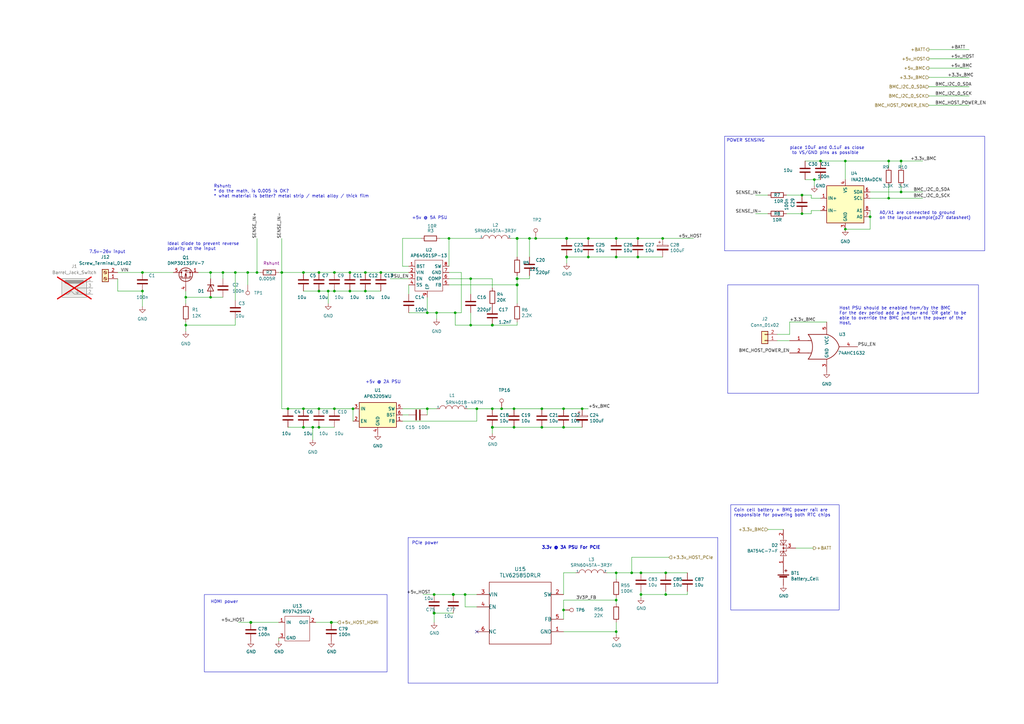
<source format=kicad_sch>
(kicad_sch (version 20230121) (generator eeschema)
  (paper "A3")
  (title_block (title "srvant mk2") (rev "0.1"))
  (junction (at 130.81 119.38))
  (junction (at 186.69 128.27))
  (junction (at 252.73 259.08))
  (junction (at 76.2 133.35))
  (junction (at 102.87 255.27) (diameter 1.016))
  (junction (at 273.05 243.84))
  (junction (at 262.89 243.84))
  (junction (at 261.62 97.79))
  (junction (at 231.14 175.26))
  (junction (at 238.76 167.64))
  (junction (at 185.928 243.84) (diameter 1.016))
  (junction (at 210.82 175.26))
  (junction (at 334.01 73.66))
  (junction (at 201.93 167.64))
  (junction (at 124.46 111.76))
  (junction (at 346.71 66.04))
  (junction (at 130.81 111.76))
  (junction (at 241.3 97.79))
  (junction (at 130.81 175.26))
  (junction (at 369.57 78.74))
  (junction (at 259.08 234.95))
  (junction (at 86.36 111.76))
  (junction (at 261.62 105.41))
  (junction (at 58.42 111.76))
  (junction (at 128.27 175.26))
  (junction (at 201.93 175.26) (diameter 1.016))
  (junction (at 210.82 167.64))
  (junction (at 231.14 167.64))
  (junction (at 137.16 111.76))
  (junction (at 178.054 251.46) (diameter 1.016))
  (junction (at 179.07 128.27))
  (junction (at 58.42 119.38))
  (junction (at 232.41 105.41) (diameter 1.016))
  (junction (at 144.78 167.64))
  (junction (at 156.21 111.76))
  (junction (at 346.71 93.98))
  (junction (at 364.49 81.28))
  (junction (at 217.17 97.79))
  (junction (at 356.87 88.9))
  (junction (at 193.04 114.3))
  (junction (at 134.62 119.38))
  (junction (at 262.89 234.95))
  (junction (at 124.46 175.26))
  (junction (at 86.36 121.92))
  (junction (at 105.41 111.76))
  (junction (at 175.26 128.27))
  (junction (at 149.86 119.38))
  (junction (at 336.55 66.04))
  (junction (at 135.89 255.27) (diameter 1.016))
  (junction (at 143.51 111.76))
  (junction (at 137.16 119.38))
  (junction (at 273.05 234.95))
  (junction (at 328.93 87.63))
  (junction (at 231.14 250.19))
  (junction (at 252.73 97.79))
  (junction (at 252.73 246.126))
  (junction (at 101.6 111.76))
  (junction (at 241.3 105.41))
  (junction (at 205.74 167.64))
  (junction (at 184.15 97.79))
  (junction (at 212.09 116.84) (diameter 1.016))
  (junction (at 96.52 111.76))
  (junction (at 76.2 121.92))
  (junction (at 143.51 119.38))
  (junction (at 232.41 97.79) (diameter 1.016))
  (junction (at 118.11 167.64))
  (junction (at 222.25 167.64))
  (junction (at 212.09 97.79) (diameter 1.016))
  (junction (at 137.16 167.64))
  (junction (at 271.78 97.79))
  (junction (at 328.93 80.01))
  (junction (at 178.054 243.84) (diameter 0.9144))
  (junction (at 193.04 133.35))
  (junction (at 364.49 66.04))
  (junction (at 91.44 111.76))
  (junction (at 195.58 167.64))
  (junction (at 252.73 105.41))
  (junction (at 212.09 114.3) (diameter 1.016))
  (junction (at 115.57 111.76))
  (junction (at 175.26 167.64))
  (junction (at 222.25 175.26))
  (junction (at 149.86 111.76))
  (junction (at 130.81 167.64))
  (junction (at 201.93 133.35) (diameter 1.016))
  (junction (at 369.57 66.04))
  (junction (at 124.46 167.64))
  (junction (at 190.754 243.84) (diameter 0.9144))
  (junction (at 252.73 234.95))
  (junction (at 219.71 97.79))
  (no_connect (at 195.58 259.08))
  (wire (pts (xy 134.62 119.38) (xy 130.81 119.38)))
  (wire (pts (xy 137.16 175.26) (xy 130.81 175.26)))
  (wire (pts (xy 165.1 97.79) (xy 165.1 109.22)))
  (wire (pts (xy 252.73 234.95) (xy 259.08 234.95)))
  (wire (pts (xy 165.1 172.72) (xy 195.58 172.72)))
  (wire (pts (xy 97.79 255.27) (xy 102.87 255.27)))
  (wire (pts (xy 217.17 114.3) (xy 217.17 113.03)))
  (wire (pts (xy 165.1 109.22) (xy 167.64 109.22)))
  (wire (pts (xy 318.77 137.16) (xy 323.85 137.16)))
  (wire (pts (xy 124.46 167.64) (xy 118.11 167.64)))
  (wire (pts (xy 259.08 228.6) (xy 274.32 228.6)))
  (wire (pts (xy 381 31.75) (xy 397.51 31.75)))
  (wire (pts (xy 165.1 167.64) (xy 175.26 167.64)))
  (wire (pts (xy 252.73 105.41) (xy 261.62 105.41)))
  (wire (pts (xy 185.928 243.84) (xy 190.754 243.84)))
  (wire (pts (xy 222.25 167.64) (xy 231.14 167.64)))
  (wire (pts (xy 184.15 111.76) (xy 189.23 111.76)))
  (wire (pts (xy 332.74 81.28) (xy 332.74 80.01)))
  (wire (pts (xy 76.2 132.08) (xy 76.2 133.35)))
  (wire (pts (xy 102.87 255.27) (xy 114.3 255.27)))
  (wire (pts (xy 364.49 66.04) (xy 364.49 68.58)))
  (wire (pts (xy 334.01 73.66) (xy 334.01 76.2)))
  (wire (pts (xy 96.52 111.76) (xy 101.6 111.76)))
  (wire (pts (xy 231.14 175.26) (xy 238.76 175.26)))
  (wire (pts (xy 48.26 111.76) (xy 58.42 111.76)))
  (wire (pts (xy 231.14 234.95) (xy 236.22 234.95)))
  (wire (pts (xy 330.2 73.66) (xy 334.01 73.66)))
  (wire (pts (xy 149.86 119.38) (xy 143.51 119.38)))
  (wire (pts (xy 273.05 242.57) (xy 273.05 243.84)))
  (wire (pts (xy 252.73 97.79) (xy 261.62 97.79)))
  (wire (pts (xy 167.64 116.84) (xy 167.64 120.65)))
  (wire (pts (xy 356.87 78.74) (xy 369.57 78.74)))
  (wire (pts (xy 259.08 234.95) (xy 262.89 234.95)))
  (wire (pts (xy 328.93 80.01) (xy 332.74 80.01)))
  (wire (pts (xy 156.21 119.38) (xy 149.86 119.38)))
  (wire (pts (xy 309.88 80.01) (xy 314.96 80.01)))
  (wire (pts (xy 195.58 167.64) (xy 201.93 167.64)))
  (wire (pts (xy 58.42 119.38) (xy 58.42 125.73)))
  (wire (pts (xy 262.89 234.95) (xy 273.05 234.95)))
  (wire (pts (xy 252.73 259.08) (xy 252.73 260.35)))
  (wire (pts (xy 364.49 81.28) (xy 378.46 81.28)))
  (wire (pts (xy 193.04 114.3) (xy 193.04 120.65)))
  (wire (pts (xy 209.55 97.79) (xy 212.09 97.79)))
  (wire (pts (xy 190.754 248.92) (xy 190.754 243.84)))
  (wire (pts (xy 212.09 97.79) (xy 212.09 105.41)))
  (wire (pts (xy 261.62 97.79) (xy 271.78 97.79)))
  (wire (pts (xy 210.82 175.26) (xy 222.25 175.26)))
  (polyline (pts (xy 167.386 220.472) (xy 167.386 280.162)) (stroke (width 0) (type solid)))
  (wire (pts (xy 201.93 133.35) (xy 212.09 133.35)))
  (wire (pts (xy 356.87 88.9) (xy 356.87 93.98)))
  (wire (pts (xy 101.6 116.84) (xy 101.6 111.76)))
  (wire (pts (xy 232.41 105.41) (xy 232.41 107.95)))
  (wire (pts (xy 96.52 130.81) (xy 96.52 133.35)))
  (wire (pts (xy 186.69 128.27) (xy 186.69 133.35)))
  (wire (pts (xy 273.05 243.84) (xy 281.94 243.84)))
  (wire (pts (xy 144.78 167.64) (xy 144.78 172.72)))
  (wire (pts (xy 262.89 243.84) (xy 273.05 243.84)))
  (wire (pts (xy 175.26 167.64) (xy 175.26 170.18)))
  (polyline (pts (xy 167.386 220.472) (xy 294.386 220.472)) (stroke (width 0) (type solid)))
  (wire (pts (xy 115.57 111.76) (xy 124.46 111.76)))
  (wire (pts (xy 262.89 242.57) (xy 262.89 243.84)))
  (wire (pts (xy 124.46 175.26) (xy 118.11 175.26)))
  (wire (pts (xy 189.23 128.27) (xy 186.69 128.27)))
  (wire (pts (xy 130.81 175.26) (xy 128.27 175.26)))
  (wire (pts (xy 252.73 246.126) (xy 252.73 247.65)))
  (wire (pts (xy 156.21 111.76) (xy 167.64 111.76)))
  (wire (pts (xy 91.44 111.76) (xy 96.52 111.76)))
  (wire (pts (xy 129.54 255.27) (xy 135.89 255.27)))
  (wire (pts (xy 356.87 93.98) (xy 346.71 93.98)))
  (wire (pts (xy 356.87 86.36) (xy 356.87 88.9)))
  (wire (pts (xy 130.81 111.76) (xy 137.16 111.76)))
  (wire (pts (xy 212.09 116.84) (xy 212.09 124.46)))
  (wire (pts (xy 201.93 118.11) (xy 201.93 114.3)))
  (wire (pts (xy 76.2 133.35) (xy 76.2 135.89)))
  (wire (pts (xy 91.44 111.76) (xy 91.44 114.3)))
  (wire (pts (xy 309.88 87.63) (xy 314.96 87.63)))
  (wire (pts (xy 201.93 175.26) (xy 201.93 177.8)))
  (wire (pts (xy 332.74 87.63) (xy 328.93 87.63)))
  (wire (pts (xy 137.16 119.38) (xy 134.62 119.38)))
  (wire (pts (xy 322.58 80.01) (xy 328.93 80.01)))
  (wire (pts (xy 128.27 175.26) (xy 124.46 175.26)))
  (wire (pts (xy 332.74 86.36) (xy 332.74 87.63)))
  (wire (pts (xy 180.34 97.79) (xy 184.15 97.79)))
  (wire (pts (xy 381 27.94) (xy 397.51 27.94)))
  (wire (pts (xy 178.054 251.46) (xy 185.928 251.46)))
  (wire (pts (xy 130.81 119.38) (xy 124.46 119.38)))
  (wire (pts (xy 356.87 81.28) (xy 364.49 81.28)))
  (wire (pts (xy 184.15 116.84) (xy 212.09 116.84)))
  (wire (pts (xy 190.754 243.84) (xy 195.58 243.84)))
  (wire (pts (xy 381 20.32) (xy 397.51 20.32)))
  (wire (pts (xy 175.26 121.92) (xy 175.26 128.27)))
  (wire (pts (xy 219.71 97.79) (xy 232.41 97.79)))
  (wire (pts (xy 241.3 105.41) (xy 252.73 105.41)))
  (wire (pts (xy 160.02 114.3) (xy 167.64 114.3)))
  (wire (pts (xy 323.85 132.08) (xy 323.85 137.16)))
  (wire (pts (xy 195.58 248.92) (xy 190.754 248.92)))
  (wire (pts (xy 336.55 86.36) (xy 332.74 86.36)))
  (wire (pts (xy 252.73 245.11) (xy 252.73 246.126)))
  (wire (pts (xy 58.42 111.76) (xy 71.12 111.76)))
  (wire (pts (xy 336.55 81.28) (xy 332.74 81.28)))
  (wire (pts (xy 48.26 114.3) (xy 48.26 119.38)))
  (wire (pts (xy 186.69 128.27) (xy 179.07 128.27)))
  (wire (pts (xy 184.15 97.79) (xy 184.15 109.22)))
  (wire (pts (xy 76.2 119.38) (xy 76.2 121.92)))
  (wire (pts (xy 193.04 114.3) (xy 201.93 114.3)))
  (wire (pts (xy 115.57 167.64) (xy 115.57 111.76)))
  (wire (pts (xy 232.41 105.41) (xy 241.3 105.41)))
  (wire (pts (xy 364.49 76.2) (xy 364.49 81.28)))
  (wire (pts (xy 135.89 255.27) (xy 138.43 255.27)))
  (wire (pts (xy 231.14 167.64) (xy 238.76 167.64)))
  (wire (pts (xy 231.14 246.126) (xy 252.73 246.126)))
  (wire (pts (xy 273.05 234.95) (xy 281.94 234.95)))
  (wire (pts (xy 105.41 111.76) (xy 106.68 111.76)))
  (wire (pts (xy 381 35.56) (xy 397.51 35.56)))
  (wire (pts (xy 118.11 167.64) (xy 115.57 167.64)))
  (wire (pts (xy 175.26 128.27) (xy 167.64 128.27)))
  (wire (pts (xy 184.15 97.79) (xy 196.85 97.79)))
  (wire (pts (xy 143.51 119.38) (xy 137.16 119.38)))
  (wire (pts (xy 314.96 217.17) (xy 321.31 217.17)))
  (wire (pts (xy 212.09 97.79) (xy 217.17 97.79)))
  (wire (pts (xy 369.57 76.2) (xy 369.57 78.74)))
  (wire (pts (xy 101.6 111.76) (xy 105.41 111.76)))
  (wire (pts (xy 323.85 132.08) (xy 339.09 132.08)))
  (wire (pts (xy 184.15 114.3) (xy 193.04 114.3)))
  (wire (pts (xy 381 39.37) (xy 397.51 39.37)))
  (wire (pts (xy 252.73 234.95) (xy 252.73 237.49)))
  (wire (pts (xy 346.71 66.04) (xy 364.49 66.04)))
  (wire (pts (xy 86.36 121.92) (xy 91.44 121.92)))
  (wire (pts (xy 346.71 73.66) (xy 346.71 66.04)))
  (wire (pts (xy 259.08 234.95) (xy 259.08 228.6)))
  (wire (pts (xy 262.89 245.11) (xy 262.89 243.84)))
  (wire (pts (xy 149.86 111.76) (xy 156.21 111.76)))
  (wire (pts (xy 318.77 139.7) (xy 323.85 139.7)))
  (wire (pts (xy 189.23 111.76) (xy 189.23 128.27)))
  (wire (pts (xy 179.07 128.27) (xy 179.07 130.81)))
  (wire (pts (xy 191.77 167.64) (xy 195.58 167.64)))
  (wire (pts (xy 281.94 243.84) (xy 281.94 242.57)))
  (wire (pts (xy 238.76 167.64) (xy 241.3 167.64)))
  (wire (pts (xy 231.14 254) (xy 231.14 250.19)))
  (wire (pts (xy 137.16 167.64) (xy 130.81 167.64)))
  (wire (pts (xy 193.04 128.27) (xy 193.04 133.35)))
  (wire (pts (xy 175.26 167.64) (xy 179.07 167.64)))
  (wire (pts (xy 222.25 175.26) (xy 231.14 175.26)))
  (wire (pts (xy 76.2 121.92) (xy 86.36 121.92)))
  (wire (pts (xy 271.78 105.41) (xy 261.62 105.41)))
  (wire (pts (xy 193.04 133.35) (xy 201.93 133.35)))
  (wire (pts (xy 369.57 78.74) (xy 378.46 78.74)))
  (wire (pts (xy 328.93 87.63) (xy 322.58 87.63)))
  (wire (pts (xy 76.2 121.92) (xy 76.2 124.46)))
  (wire (pts (xy 165.1 170.18) (xy 167.64 170.18)))
  (wire (pts (xy 96.52 133.35) (xy 76.2 133.35)))
  (wire (pts (xy 172.72 97.79) (xy 165.1 97.79)))
  (wire (pts (xy 334.01 73.66) (xy 336.55 73.66)))
  (wire (pts (xy 219.71 97.79) (xy 217.17 97.79)))
  (wire (pts (xy 96.52 111.76) (xy 96.52 123.19)))
  (wire (pts (xy 130.81 167.64) (xy 124.46 167.64)))
  (wire (pts (xy 86.36 111.76) (xy 91.44 111.76)))
  (wire (pts (xy 231.14 259.08) (xy 252.73 259.08)))
  (wire (pts (xy 212.09 114.3) (xy 212.09 116.84)))
  (polyline (pts (xy 294.386 280.162) (xy 167.386 280.162)) (stroke (width 0) (type solid)))
  (wire (pts (xy 248.92 234.95) (xy 252.73 234.95)))
  (wire (pts (xy 81.28 111.76) (xy 86.36 111.76)))
  (wire (pts (xy 231.14 250.19) (xy 231.14 246.126)))
  (wire (pts (xy 195.58 172.72) (xy 195.58 167.64)))
  (wire (pts (xy 128.27 175.26) (xy 128.27 180.34)))
  (wire (pts (xy 178.054 251.46) (xy 178.054 255.27)))
  (wire (pts (xy 186.69 133.35) (xy 193.04 133.35)))
  (wire (pts (xy 271.78 97.79) (xy 284.48 97.79)))
  (wire (pts (xy 115.57 97.79) (xy 115.57 111.76)))
  (wire (pts (xy 144.78 167.64) (xy 137.16 167.64)))
  (wire (pts (xy 48.26 119.38) (xy 58.42 119.38)))
  (wire (pts (xy 232.41 97.79) (xy 241.3 97.79)))
  (wire (pts (xy 114.3 111.76) (xy 115.57 111.76)))
  (wire (pts (xy 86.36 111.76) (xy 86.36 114.3)))
  (wire (pts (xy 212.09 114.3) (xy 217.17 114.3)))
  (wire (pts (xy 252.73 255.27) (xy 252.73 259.08)))
  (wire (pts (xy 201.93 175.26) (xy 210.82 175.26)))
  (wire (pts (xy 369.57 66.04) (xy 369.57 68.58)))
  (wire (pts (xy 124.46 111.76) (xy 130.81 111.76)))
  (wire (pts (xy 137.16 111.76) (xy 143.51 111.76)))
  (wire (pts (xy 241.3 97.79) (xy 252.73 97.79)))
  (wire (pts (xy 330.2 66.04) (xy 336.55 66.04)))
  (wire (pts (xy 369.57 66.04) (xy 378.46 66.04)))
  (wire (pts (xy 114.3 261.62) (xy 114.3 262.89)))
  (wire (pts (xy 173.482 243.84) (xy 178.054 243.84)))
  (wire (pts (xy 105.41 97.79) (xy 105.41 111.76)))
  (wire (pts (xy 326.39 224.79) (xy 333.502 224.79)))
  (wire (pts (xy 381 24.13) (xy 397.51 24.13)))
  (wire (pts (xy 210.82 167.64) (xy 222.25 167.64)))
  (wire (pts (xy 217.17 97.79) (xy 217.17 105.41)))
  (wire (pts (xy 336.55 66.04) (xy 346.71 66.04)))
  (wire (pts (xy 143.51 111.76) (xy 149.86 111.76)))
  (polyline (pts (xy 294.386 220.472) (xy 294.386 280.162)) (stroke (width 0) (type solid)))
  (wire (pts (xy 205.74 167.64) (xy 210.82 167.64)))
  (wire (pts (xy 201.93 167.64) (xy 205.74 167.64)))
  (wire (pts (xy 212.09 113.03) (xy 212.09 114.3)))
  (wire (pts (xy 364.49 66.04) (xy 369.57 66.04)))
  (wire (pts (xy 231.14 243.84) (xy 231.14 234.95)))
  (wire (pts (xy 179.07 128.27) (xy 175.26 128.27)))
  (wire (pts (xy 381 43.18) (xy 397.51 43.18)))
  (wire (pts (xy 212.09 133.35) (xy 212.09 132.08)))
  (wire (pts (xy 178.054 243.84) (xy 185.928 243.84)))
  (wire (pts (xy 134.62 119.38) (xy 134.62 124.46)))
  (rectangle (start 297.18 55.88) (end 403.86 102.87))
  (rectangle (start 298.45 116.84) (end 401.32 161.29))
  (rectangle (start 83.82 243.84) (end 158.75 275.59))
  (rectangle (start 299.72 207.01) (end 344.17 250.19))
  (text "A0/A1 are connected to ground \non the layout example(p27 datasheet)" (at 360.68 90.17 0) (effects (font (size 1.27 1.27)) (justify left bottom)))
  (text "Host PSU should be enabled from/by the BMC\nFor the dev period add a jumper and `OR gate` to be \nable to override the BMC and turn the power of the \nHost." (at 344.17 133.35 0) (effects (font (size 1.27 1.27)) (justify left bottom)))
  (text "3.3v @ 3A PSU For PCIE\n\n" (at 222.123 227.457 0) (effects (font (size 1.27 1.27) (thickness 0.254) bold) (justify left bottom)))
  (text "Ideal diode to prevent reverse\npolarity at the input" (at 68.58 102.87 0) (effects (font (size 1.27 1.27)) (justify left bottom)))
  (text " 7.5v-26v input" (at 35.56 104.14 0) (effects (font (size 1.27 1.27)) (justify left bottom)))
  (text "place 10uF and 0.1uF as close\n to VS/GND pins as possible" (at 323.85 63.5 0) (effects (font (size 1.27 1.27)) (justify left bottom)))
  (text "HDMI power" (at 86.36 247.65 0) (effects (font (size 1.27 1.27)) (justify left bottom)))
  (text "+5v @ 5A PSU" (at 168.91 90.17 0) (effects (font (size 1.27 1.27)) (justify left bottom)))
  (text "Rshunt:\n* do the math, is 0.005 is OK?\n* what material is better? metal strip / metal alloy / thick film" (at 87.63 81.28 0) (effects (font (size 1.27 1.27)) (justify left bottom)))
  (text "POWER SENSING" (at 313.69 58.42 0) (effects (font (size 1.27 1.27)) (justify right bottom)))
  (text "PCIe power" (at 168.91 223.52 0) (effects (font (size 1.27 1.27)) (justify left bottom)))
  (text "Coin cell battery + BMC power rail are\nresponsible for powering both RTC chips" (at 300.99 212.09 0) (effects (font (size 1.27 1.27)) (justify left bottom)))
  (text "+5v @ 2A PSU" (at 149.86 157.48 0) (effects (font (size 1.27 1.27)) (justify left bottom)))
  (label "+5v_HOST" (at 278.13 97.79 0))
  (label "+3.3v_BMC" (at 373.38 66.04 0))
  (label "+5v_HOST" (at 176.53 243.84 180))
  (label "BMC_I2C_0_SDA" (at 374.65 78.74 0))
  (label "BMC_I2C_0_SCK" (at 374.65 81.28 0))
  (label "BMC_HOST_POWER_EN" (at 323.85 144.78 180))
  (label "VIN" (at 49.53 111.76 0))
  (label "+5v_HOST" (at 100.33 255.27 180))
  (label "SENSE_IN-" (at 312.42 87.63 180))
  (label "+5v_HOST" (at 389.89 24.13 0))
  (label "SENSE_IN+" (at 105.41 97.79 90))
  (label "+5v_BMC" (at 241.3 167.64 0))
  (label "3V3P_FB" (at 244.602 246.126 180))
  (label "+BATT" (at 389.89 20.32 0))
  (label "BMC_I2C_0_SDA" (at 383.54 35.56 0))
  (label "+5v_BMC" (at 389.89 27.94 0))
  (label "PSU_EN" (at 167.64 114.3 180))
  (label "PSU_EN" (at 351.79 142.24 0))
  (label "BMC_HOST_POWER_EN" (at 383.54 43.18 0))
  (label "+3.3v_BMC" (at 388.62 31.75 0))
  (label "SENSE_IN+" (at 312.42 80.01 180))
  (label "+3.3v_BMC" (at 323.85 132.08 0))
  (label "SENSE_IN-" (at 115.57 97.79 90))
  (label "BMC_I2C_0_SCK" (at 383.54 39.37 0))
  (hierarchical_label "BMC_I2C_0_SDA" (shape input) (at 381 35.56 180))
  (hierarchical_label "+3.3v_BMC" (shape input) (at 381 31.75 180))
  (hierarchical_label "+BATT" (shape output) (at 381 20.32 180))
  (hierarchical_label "+BATT" (shape output) (at 333.502 224.79 0))
  (hierarchical_label "BMC_I2C_0_SCK" (shape input) (at 381 39.37 180))
  (hierarchical_label "+5v_HOST_HDMI" (shape input) (at 138.43 255.27 0))
  (hierarchical_label "+3.3v_HOST_PCIe" (shape input) (at 274.32 228.6 0))
  (hierarchical_label "+3.3v_BMC" (shape input) (at 314.96 217.17 180))
  (hierarchical_label "BMC_HOST_POWER_EN" (shape input) (at 381 43.18 180))
  (hierarchical_label "+5v_HOST" (shape output) (at 381 24.13 180))
  (hierarchical_label "+5v_BMC" (shape output) (at 381 27.94 180))
  (symbol (lib_id "power:GND") (at 339.09 152.4 0) (unit 1)
    (property "Reference" "#PWR010" (effects hide))
    (property "Value" "GND" (at 339.09 157.48 0))
  )
  (symbol (lib_id "Device:C") (at 137.16 115.57 0) (unit 1)
    (property "Reference" "C9" (at 138.43 113.03 0) (effects (justify left)))
    (property "Value" "10u" (at 137.16 121.92 0) (effects (justify left)))
    (property "Footprint" "Capacitor_SMD:C_0402_1005Metric" (effects hide))
    (property "Datasheet" "https://www.murata.com/en-global/products/productdetail.aspx?partno=GRM21BC8YA106ME11%23" (effects hide))
    (property "Part Description" "10uF 10% or 20% 35V Ceramic Capacitor X6S 0805 (2012 Metric)" (effects hide))
    (property "manf#" "GRM21BC8YA106KE11L " (effects hide))
    (property "digikey#" "490-10505-1-ND" (effects hide))
  )
  (symbol (lib_id "Device:R") (at 176.53 97.79 270) (unit 1)
    (property "Reference" "R3" (at 175.26 94.615 90) (effects (justify left)))
    (property "Value" "10R" (at 175.26 92.71 90) (effects (justify left)))
    (property "Footprint" "Resistor_SMD:R_0402_1005Metric" (effects hide))
    (property "Datasheet" "https://fscdn.rohm.com/en/products/databook/datasheet/passive/resistor/chip_resistor/mcr-e.pdf" (effects hide))
    (property "Part Description" "Resistor 10R M1005 1% 63mW" (effects hide))
    (property "manf#" "RC0402FR-0710RL" (effects hide))
    (property "farnell#" "9238999" (effects hide))
    (instances (project "srvant-mk2" (path "" (reference "R3") (unit 1))) (project "srvant" (path "" (reference "R2") (unit 1))))
  )
  (symbol (lib_id "Device:R") (at 212.09 109.22 0) (mirror y) (unit 1)
    (property "Reference" "R5" (at 217.17 107.823 0) (effects (justify left)))
    (property "Value" "12K" (at 220.98 110.363 0) (effects (justify left)))
    (property "Footprint" "Resistor_SMD:R_0402_1005Metric" (effects hide))
    (property "Datasheet" "https://fscdn.rohm.com/en/products/databook/datasheet/passive/resistor/chip_resistor/mcr-e.pdf" (effects hide))
    (property "Part Description" "Resistor 12K M1005 1% 63mW" (effects hide))
    (property "manf#" "MCR01MZPF1202" (effects hide))
    (property "farnell#" "9239367" (effects hide))
    (instances (project "srvant-mk2" (path "" (reference "R5") (unit 1))) (project "CM4IOv5" (path "" (reference "R27") (unit 1))))
  )
  (symbol (lib_id "Regulator_Switching:AP63205WU") (at 154.94 170.18 0) (unit 1)
    (property "Reference" "U1" (at 154.94 160.02 0))
    (property "Value" "AP63205WU" (at 154.94 162.56 0))
    (property "Footprint" "Package_TO_SOT_SMD:TSOT-23-6" (effects hide))
    (property "Datasheet" "https://www.diodes.com/assets/Datasheets/AP63200-AP63201-AP63203-AP63205.pdf" (effects hide))
    (property "manf#" "AP63205WU-7" (effects hide))
    (property "mouser#" "621-AP63205WU-7 " (effects hide))
  )
  (symbol (lib_id "Device:R") (at 212.09 128.27 0) (unit 1)
    (property "Reference" "R6" (at 213.868 127.1016 0) (effects (justify left)))
    (property "Value" "2.2K" (at 213.868 129.413 0) (effects (justify left)))
    (property "Footprint" "Resistor_SMD:R_0402_1005Metric" (effects hide))
    (property "Datasheet" "https://fscdn.rohm.com/en/products/databook/datasheet/passive/resistor/chip_resistor/mcr-e.pdf" (effects hide))
    (property "Part Description" "Resistor 2.2K M1005 1% 63mW" (effects hide))
    (property "Field8" "120889581" (effects hide))
    (property "manf#" "RK73G1ETQTP2201D         " (effects hide))
    (property "farnell#" "9239278" (effects hide))
    (instances (project "srvant-mk2" (path "" (reference "R6") (unit 1))) (project "CM4IOv5" (path "" (reference "R28") (unit 1))))
  )
  (symbol (lib_id "power:GND") (at 154.94 177.8 0) (unit 1)
    (property "Reference" "#PWR05" (effects hide))
    (property "Value" "GND" (at 154.94 182.88 0))
  )
  (symbol (lib_id "power:GND") (at 134.62 124.46 0) (unit 1)
    (property "Reference" "#PWR04" (effects hide))
    (property "Value" "GND" (at 134.62 129.54 0))
  )
  (symbol (lib_id "74xGxx:74AHC1G32") (at 339.09 142.24 0) (unit 1)
    (property "Reference" "U3" (at 345.44 137.16 0))
    (property "Value" "74AHC1G32" (at 349.25 144.78 0))
    (property "Footprint" "Package_TO_SOT_SMD:SOT-23-5" (effects hide))
    (property "Datasheet" "http://www.ti.com/lit/sg/scyt129e/scyt129e.pdf" (effects hide))
    (property "manf#" "SN74AHC1G32DBVR" (effects hide))
    (property "mouser#" "595-SN74AHC1G32DBVR" (effects hide))
  )
  (symbol (lib_id "power:GND") (at 58.42 125.73 0) (unit 1)
    (property "Reference" "#PWR01" (effects hide))
    (property "Value" "GND" (at 58.42 130.81 0))
  )
  (symbol (lib_id "Device:R") (at 318.77 80.01 90) (unit 1)
    (property "Reference" "R7" (at 320.04 80.01 90) (effects (justify left)))
    (property "Value" "10R" (at 321.31 82.55 90) (effects (justify left)))
    (property "Footprint" "Resistor_SMD:R_0402_1005Metric" (effects hide))
    (property "Datasheet" "https://www.farnell.com/datasheets/3795017.pdf" (effects hide))
    (property "manf#" "RC0402FR-0710RL" (effects hide))
    (property "farnell#" "9238999" (effects hide))
  )
  (symbol (lib_id "Device:C") (at 281.94 238.76 0) (unit 1)
    (property "Reference" "C87" (at 284.861 237.5916 0) (effects (justify left)))
    (property "Value" "10u" (at 284.861 239.903 0) (effects (justify left)))
    (property "Footprint" "Capacitor_SMD:C_0805_2012Metric" (effects hide))
    (property "Datasheet" "https://search.murata.co.jp/Ceramy/image/img/A01X/G101/ENG/GRM21BR71A106KA73-01.pdf" (effects hide))
    (property "Field5" "490-14381-1-ND" (effects hide))
    (property "Field4" "Digikey" (effects hide))
    (property "Field6" "GRM21BR71A106KA73L" (effects hide))
    (property "Field7" "Murata" (effects hide))
    (property "Part Description" "10uF 10% 10V Ceramic Capacitor X7R 0805 (2012 Metric)" (effects hide))
    (property "Field8" "111893011" (effects hide))
    (instances (project "srvant-mk2" (path "" (reference "C87") (unit 1)) (path "" (reference "C80") (unit 1))) (project "srvant" (path "" (reference "C140") (unit 1))))
  )
  (symbol (lib_id "Device:C") (at 201.93 171.45 0) (unit 1)
    (property "Reference" "C18" (at 204.851 170.2816 0) (effects (justify left)))
    (property "Value" "10u" (at 204.851 172.593 0) (effects (justify left)))
    (property "Footprint" "Capacitor_SMD:C_0805_2012Metric" (effects hide))
    (property "Datasheet" "https://search.murata.co.jp/Ceramy/image/img/A01X/G101/ENG/GRM21BR71A106KA73-01.pdf" (effects hide))
    (property "Part Description" "10uF 10% 10V Ceramic Capacitor X7R 0805 (2012 Metric)" (effects hide))
    (property "Field8" "111893011" (effects hide))
    (property "manf#" "GRM21BR71A106KA73L" (effects hide))
    (property "digikey#" "490-14381-1-ND" (effects hide))
    (instances (project "srvant-mk2" (path "" (reference "C18") (unit 1))) (project "CM4IOv5" (path "" (reference "C47") (unit 1))))
  )
  (symbol (lib_id "Device:C") (at 217.17 109.22 0) (unit 1)
    (property "Reference" "C20" (at 219.71 106.68 0) (effects (justify left)))
    (property "Value" "220pF" (at 219.71 111.76 0) (effects (justify left)))
    (property "Footprint" "Capacitor_SMD:C_0402_1005Metric" (effects hide))
    (property "Datasheet" "http://www.farnell.com/datasheets/2048267.pdf?_ga=2.222777691.1738794919.1588350964-1787849031.1568210898&_gac=1.250356018.1588350964.EAIaIQobChMIgrHHs4yT6QIVxevtCh39TA_nEAAYASAAEgK8PfD_BwE" (effects hide))
    (property "Part Description" "220 pF, 50 V, 0402 [1005 Metric], ± 5%, C0G / NP0/CH, GCM Series" (effects hide))
    (property "manf#" "GRM1555C1H221JA01D" (effects hide))
    (property "farnell#" "2666374" (effects hide))
    (instances (project "srvant-mk2" (path "" (reference "C20") (unit 1))) (project "CM4IOv5" (path "" (reference "C61") (unit 1))))
  )
  (symbol (lib_id "power:GND") (at 179.07 130.81 0) (unit 1)
    (property "Reference" "#PWR06" (effects hide))
    (property "Value" "GND" (at 179.07 135.89 0))
  )
  (symbol (lib_id "ARJM11:Screw_Terminal_01x02") (at 43.18 114.3 180) (unit 1)
    (property "Reference" "J12" (at 43.18 105.41 0))
    (property "Value" "Screw_Terminal_01x02" (at 43.18 107.95 0))
    (property "Footprint" "TerminalBlock:TerminalBlock_bornier-2_P5.08mm" (effects hide))
  )
  (symbol (lib_id "Device:C") (at 91.44 118.11 0) (unit 1)
    (property "Reference" "C2" (at 95.25 116.84 0) (effects (justify left)))
    (property "Value" "100n" (at 95.25 119.38 0) (effects (justify left)))
    (property "Footprint" "Capacitor_SMD:C_0402_1005Metric" (effects hide))
    (property "Datasheet" "SRN4018-4R7M" (effects hide))
    (property "manf#" "GRM155R71C104KA88" (effects hide))
    (property "farnell#" "2611911" (effects hide))
    (property "Part Description" "0.1uF 10% 16V Ceramic Capacitor X7R 0402 (1005 Metric)" (effects hide))
  )
  (symbol (lib_id "Device:C") (at 156.21 115.57 0) (unit 1)
    (property "Reference" "C13" (at 157.48 113.03 0) (effects (justify left)))
    (property "Value" "10u" (at 156.21 121.92 0) (effects (justify left)))
    (property "Footprint" "Capacitor_SMD:C_0402_1005Metric" (effects hide))
    (property "Datasheet" "https://www.murata.com/en-global/products/productdetail.aspx?partno=GRM21BC8YA106ME11%23" (effects hide))
    (property "Part Description" "10uF 10% or 20% 35V Ceramic Capacitor X6S 0805 (2012 Metric)" (effects hide))
    (property "manf#" "GRM21BC8YA106KE11L " (effects hide))
    (property "digikey#" "490-10505-1-ND" (effects hide))
  )
  (symbol (lib_id "power:GND") (at 135.89 262.89 0) (unit 1)
    (property "Reference" "#PWR053" (effects hide))
    (property "Value" "GND" (at 136.017 267.2842 0))
    (instances (project "srvant-mk2" (path "" (reference "#PWR053") (unit 1)) (path "" (reference "#PWR046") (unit 1))) (project "CM4IOv5" (path "" (reference "#PWR0136") (unit 1))))
  )
  (symbol (lib_id "Device:C") (at 185.928 247.65 0) (unit 1)
    (property "Reference" "C77" (at 183.007 250.0376 0) (effects (justify left)))
    (property "Value" "10u" (at 182.0926 252.7046 0) (effects (justify left)))
    (property "Footprint" "Capacitor_SMD:C_0805_2012Metric" (effects hide))
    (property "Datasheet" "https://www.murata.com/en-global/products/productdetail.aspx?partno=GRM21BC8YA106ME11%23" (effects hide))
    (property "Field5" "490-10505-1-ND" (effects hide))
    (property "Field4" "Digikey" (effects hide))
    (property "Field6" "GRM21BC8YA106KE11L " (effects hide))
    (property "Field7" "Murata" (effects hide))
    (property "Part Description" "10uF 10% or 20% 35V Ceramic Capacitor X6S 0805 (2012 Metric)" (effects hide))
    (instances (project "srvant-mk2" (path "" (reference "C77") (unit 1)) (path "" (reference "C71") (unit 1))) (project "srvant" (path "" (reference "C137") (unit 1))))
  )
  (symbol (lib_id "Device:C") (at 241.3 101.6 0) (unit 1)
    (property "Reference" "C25" (at 244.221 100.4316 0) (effects (justify left)))
    (property "Value" "10u" (at 244.221 102.743 0) (effects (justify left)))
    (property "Footprint" "Capacitor_SMD:C_0805_2012Metric" (effects hide))
    (property "Datasheet" "https://search.murata.co.jp/Ceramy/image/img/A01X/G101/ENG/GRM21BR71A106KA73-01.pdf" (effects hide))
    (property "Part Description" "10uF 10% 10V Ceramic Capacitor X7R 0805 (2012 Metric)" (effects hide))
    (property "Field8" "111893011" (effects hide))
    (property "manf#" "GRM21BR71A106KA73L" (effects hide))
    (property "digikey#" "490-14381-1-ND" (effects hide))
    (instances (project "srvant-mk2" (path "" (reference "C25") (unit 1))) (project "CM4IOv5" (path "" (reference "C47") (unit 1))))
  )
  (symbol (lib_id "Connector:TestPoint") (at 205.74 167.64 0) (unit 1)
    (property "Reference" "TP16" (at 204.47 160.02 0) (effects (justify left)))
    (property "Value" "+5v BMC" (effects hide))
    (property "Footprint" "TestPoint:TestPoint_Pad_D1.0mm" (effects hide))
    (property "Field4" "nf" (effects hide))
    (property "Field5" "nf" (effects hide))
    (property "Field6" "nf" (effects hide))
    (property "Field7" "nf" (effects hide))
    (instances (project "srvant-mk2" (path "" (reference "TP16") (unit 1))) (project "CM4IOv5" (path "" (reference "TP4") (unit 1))))
  )
  (symbol (lib_id "ARJM11:TestPoint") (at 101.6 116.84 180) (unit 1)
    (property "Reference" "TP1" (at 104.14 120.142 0) (effects (justify right)))
    (property "Value" "VIN" (effects hide))
    (property "Footprint" "TestPoint:TestPoint_Pad_D1.0mm" (effects hide))
  )
  (symbol (lib_id "Device:C") (at 210.82 171.45 0) (unit 1)
    (property "Reference" "C19" (at 213.741 170.2816 0) (effects (justify left)))
    (property "Value" "10u" (at 213.741 172.593 0) (effects (justify left)))
    (property "Footprint" "Capacitor_SMD:C_0805_2012Metric" (effects hide))
    (property "Datasheet" "https://search.murata.co.jp/Ceramy/image/img/A01X/G101/ENG/GRM21BR71A106KA73-01.pdf" (effects hide))
    (property "Part Description" "10uF 10% 10V Ceramic Capacitor X7R 0805 (2012 Metric)" (effects hide))
    (property "Field8" "111893011" (effects hide))
    (property "manf#" "GRM21BR71A106KA73L" (effects hide))
    (property "digikey#" "490-14381-1-ND" (effects hide))
    (instances (project "srvant-mk2" (path "" (reference "C19") (unit 1))) (project "CM4IOv5" (path "" (reference "C47") (unit 1))))
  )
  (symbol (lib_id "Diode:1N53xxB") (at 86.36 118.11 270) (unit 1)
    (property "Reference" "D1" (at 83.82 119.38 90) (effects (justify right)))
    (property "Value" "MMBZ5242BLT3G" (effects hide))
    (property "Footprint" "MMBZ5240BLT1:SOT-23-3_1P4X3P040_ONS" (effects hide))
    (property "Datasheet" "https://diotec.com/tl_files/diotec/files/pdf/datasheets/bzx84c2v4.pdf" (effects hide))
    (property "manf#" "MMBZ5242BLT3G" (effects hide))
    (property "digikey#" "MMBZ5242BLT3GOSCT-ND" (effects hide))
    (property "Part Description" "Zener Diode 12V 225mW 5% Surface Mount SOT-23-3 (TO-236)" (effects hide))
  )
  (symbol (lib_id "ARJM11:Barrel_Jack_Switch") (at 30.48 118.11 0) (unit 1) (in_bom no) (on_board no) (dnp yes)
    (property "Reference" "J1" (at 30.48 109.22 0))
    (property "Value" "Barrel_Jack_Switch" (at 30.48 111.76 0))
    (property "Footprint" "Connector_BarrelJack:BarrelJack_Horizontal" (effects hide))
    (property "Datasheet" "https://www.we-online.com/catalog/datasheet/694106301002.pdf" (effects hide))
    (property "manf#" "694106301002 " (effects hide))
    (property "mouser#" " 710-694106301002 " (effects hide))
    (property "Sim.Enable" "0" (effects hide))
  )
  (symbol (lib_id "Device:C") (at 232.41 101.6 0) (unit 1)
    (property "Reference" "C23" (at 235.331 100.4316 0) (effects (justify left)))
    (property "Value" "10u" (at 235.331 102.743 0) (effects (justify left)))
    (property "Footprint" "Capacitor_SMD:C_0805_2012Metric" (effects hide))
    (property "Datasheet" "https://search.murata.co.jp/Ceramy/image/img/A01X/G101/ENG/GRM21BR71A106KA73-01.pdf" (effects hide))
    (property "Part Description" "10uF 10% 10V Ceramic Capacitor X7R 0805 (2012 Metric)" (effects hide))
    (property "Field8" "111893011" (effects hide))
    (property "manf#" "GRM21BR71A106KA73L" (effects hide))
    (property "digikey#" "490-14381-1-ND" (effects hide))
    (instances (project "srvant-mk2" (path "" (reference "C23") (unit 1))) (project "CM4IOv5" (path "" (reference "C47") (unit 1))))
  )
  (symbol (lib_id "Device:C") (at 328.93 83.82 0) (unit 1)
    (property "Reference" "C29" (at 325.12 85.09 90) (effects (justify left)))
    (property "Value" "100n" (at 322.58 86.36 90) (effects (justify left)))
    (property "Footprint" "Capacitor_SMD:C_0402_1005Metric" (effects hide))
    (property "Datasheet" "SRN4018-4R7M" (effects hide))
    (property "Part Description" "0.1uF 10% 16V Ceramic Capacitor X7R 0402 (1005 Metric)" (effects hide))
    (property "manf#" "GRM155R71C104KA88" (effects hide))
    (property "digikey#" "EMK105B7104KV-F" (effects hide))
    (property "mouser#" " 963-EMK105B7104KV-F" (effects hide))
    (property "farnell#" "2611911" (effects hide))
    (instances (project "srvant-mk2" (path "" (reference "C29") (unit 1))) (project "CM4IOv5" (path "" (reference "C58") (unit 1))))
  )
  (symbol (lib_id "Device:C") (at 261.62 101.6 0) (unit 1)
    (property "Reference" "C27" (at 264.541 100.4316 0) (effects (justify left)))
    (property "Value" "10u" (at 264.541 102.743 0) (effects (justify left)))
    (property "Footprint" "Capacitor_SMD:C_0805_2012Metric" (effects hide))
    (property "Datasheet" "https://search.murata.co.jp/Ceramy/image/img/A01X/G101/ENG/GRM21BR71A106KA73-01.pdf" (effects hide))
    (property "Part Description" "10uF 10% 10V Ceramic Capacitor X7R 0805 (2012 Metric)" (effects hide))
    (property "Field8" "111893011" (effects hide))
    (property "manf#" "GRM21BR71A106KA73L" (effects hide))
    (property "digikey#" "490-14381-1-ND" (effects hide))
    (instances (project "srvant-mk2" (path "" (reference "C27") (unit 1))) (project "CM4IOv5" (path "" (reference "C47") (unit 1))))
  )
  (symbol (lib_id "pspice:INDUCTOR") (at 203.2 97.79 0) (unit 1)
    (property "Reference" "L2" (at 203.2 92.329 0))
    (property "Value" "SRN6045TA-3R3Y" (at 203.2 94.6404 0))
    (property "Footprint" "Inductor_SMD:L_Bourns_SRN6045TA" (effects hide))
    (property "Datasheet" "https://www.bourns.com/docs/Product-Datasheets/SRN6045TA.pdf" (effects hide))
    (property "Part Description" "3.3µH Semi-Shielded Wirewound Inductor 7.8A 21mOhm Nonstandard" (effects hide))
    (property "manf#" "SRN6045TA-3R3Y" (effects hide))
    (property "farnell#" "2616889" (effects hide))
    (instances (project "srvant-mk2" (path "" (reference "L2") (unit 1))) (project "CM4IOv5" (path "" (reference "L5") (unit 1))))
  )
  (symbol (lib_id "Device:C") (at 201.93 129.54 0) (unit 1)
    (property "Reference" "C17" (at 204.47 127 0) (effects (justify left)))
    (property "Value" "1.2nF" (at 204.47 132.08 0) (effects (justify left)))
    (property "Footprint" "Capacitor_SMD:C_0402_1005Metric" (effects hide))
    (property "Datasheet" "http://www.farnell.com/datasheets/2734135.pdf?_ga=2.259347658.1738794919.1588350964-1787849031.1568210898&_gac=1.15394434.1588350964.EAIaIQobChMIgrHHs4yT6QIVxevtCh39TA_nEAAYASAAEgK8PfD_BwE" (effects hide))
    (property "Part Description" "1200pF 10% 10V Ceramic Capacitor X5R 0402 (1005 Metric)" (effects hide))
    (property "manf#" "GCM155R71H122KA37D" (effects hide))
    (property "digikey#" "490-16429-1-ND" (effects hide))
    (instances (project "srvant-mk2" (path "" (reference "C17") (unit 1))) (project "CM4IOv5" (path "" (reference "C60") (unit 1))))
  )
  (symbol (lib_id "Device:C") (at 149.86 115.57 0) (unit 1)
    (property "Reference" "C12" (at 151.13 113.03 0) (effects (justify left)))
    (property "Value" "10u" (at 149.86 121.92 0) (effects (justify left)))
    (property "Footprint" "Capacitor_SMD:C_0402_1005Metric" (effects hide))
    (property "Datasheet" "https://www.murata.com/en-global/products/productdetail.aspx?partno=GRM21BC8YA106ME11%23" (effects hide))
    (property "Part Description" "10uF 10% or 20% 35V Ceramic Capacitor X6S 0805 (2012 Metric)" (effects hide))
    (property "manf#" "GRM21BC8YA106KE11L " (effects hide))
    (property "digikey#" "490-10505-1-ND" (effects hide))
  )
  (symbol (lib_id "Device:C") (at 130.81 171.45 0) (unit 1)
    (property "Reference" "C8" (at 132.08 168.91 0) (effects (justify left)))
    (property "Value" "10u" (at 130.81 177.8 0) (effects (justify left)))
    (property "Footprint" "Capacitor_SMD:C_0402_1005Metric" (effects hide))
    (property "Datasheet" "https://www.murata.com/en-global/products/productdetail.aspx?partno=GRM21BC8YA106ME11%23" (effects hide))
    (property "Part Description" "10uF 10% or 20% 35V Ceramic Capacitor X6S 0805 (2012 Metric)" (effects hide))
    (property "manf#" "GRM21BC8YA106KE11L " (effects hide))
    (property "digikey#" "490-10505-1-ND" (effects hide))
  )
  (symbol (lib_id "pspice:INDUCTOR") (at 185.42 167.64 0) (unit 1)
    (property "Reference" "L1" (at 185.42 162.179 0))
    (property "Value" "SRN4018-4R7M" (at 190.5 165.1 0))
    (property "Footprint" "Inductor_SMD:L_Bourns-SRN4018" (effects hide))
    (property "Datasheet" "https://www.mouser.co.uk/datasheet/2/54/srn4018-1391320.pdf" (effects hide))
    (property "Part Description" "4.7µH Semi-Shielded Wirewound Inductor 1.9A 84mOhm Standard" (effects hide))
    (property "manf#" "SRN4018-4R7M" (effects hide))
    (property "mouser#" "652-SRN4018-4R7M" (effects hide))
    (instances (project "srvant-mk2" (path "" (reference "L1") (unit 1))) (project "CM4IOv5" (path "" (reference "L5") (unit 1))))
  )
  (symbol (lib_id "TLV62585DRLR:TLV62585DRLR") (at 213.36 251.46 0) (unit 1)
    (property "Reference" "U15" (at 213.36 233.426 0) (effects (font (size 1.524 1.524))))
    (property "Value" "TLV62585DRLR" (at 213.36 235.966 0) (effects (font (size 1.524 1.524))))
    (property "Footprint" "TLV62585DRLR:DRL0006A" (effects hide))
    (property "Datasheet" "https://www.ti.com/lit/ds/symlink/tlv62585.pdf" (effects hide))
    (property "manf#" "TLV62585DRLR " (effects hide))
    (property "mouser#" " 595-TLV62585DRLR " (effects hide))
    (instances (project "srvant-mk2" (path "" (reference "U15") (unit 1)) (path "" (reference "U15") (unit 1))) (project "srvant" (path "" (reference "U18") (unit 1))))
  )
  (symbol (lib_id "power:GND") (at 232.41 107.95 0) (unit 1)
    (property "Reference" "#PWR08" (effects hide))
    (property "Value" "GND" (at 232.537 112.3442 0))
    (instances (project "srvant-mk2" (path "" (reference "#PWR08") (unit 1))) (project "CM4IOv5" (path "" (reference "#PWR0118") (unit 1))))
  )
  (symbol (lib_id "Device:C") (at 262.89 238.76 0) (unit 1)
    (property "Reference" "C83" (at 265.811 237.5916 0) (effects (justify left)))
    (property "Value" "10u" (at 265.811 239.903 0) (effects (justify left)))
    (property "Footprint" "Capacitor_SMD:C_0805_2012Metric" (effects hide))
    (property "Datasheet" "https://search.murata.co.jp/Ceramy/image/img/A01X/G101/ENG/GRM21BR71A106KA73-01.pdf" (effects hide))
    (property "Field5" "490-14381-1-ND" (effects hide))
    (property "Field4" "Digikey" (effects hide))
    (property "Field6" "GRM21BR71A106KA73L" (effects hide))
    (property "Field7" "Murata" (effects hide))
    (property "Part Description" "10uF 10% 10V Ceramic Capacitor X7R 0805 (2012 Metric)" (effects hide))
    (property "Field8" "111893011" (effects hide))
    (instances (project "srvant-mk2" (path "" (reference "C83") (unit 1)) (path "" (reference "C76") (unit 1))) (project "srvant" (path "" (reference "C138") (unit 1))))
  )
  (symbol (lib_id "Device:C") (at 124.46 171.45 0) (unit 1)
    (property "Reference" "C6" (at 125.73 168.91 0) (effects (justify left)))
    (property "Value" "10u" (at 124.46 177.8 0) (effects (justify left)))
    (property "Footprint" "Capacitor_SMD:C_0402_1005Metric" (effects hide))
    (property "Datasheet" "https://www.murata.com/en-global/products/productdetail.aspx?partno=GRM21BC8YA106ME11%23" (effects hide))
    (property "Part Description" "10uF 10% or 20% 35V Ceramic Capacitor X6S 0805 (2012 Metric)" (effects hide))
    (property "manf#" "GRM21BC8YA106KE11L " (effects hide))
    (property "digikey#" "490-10505-1-ND" (effects hide))
  )
  (symbol (lib_id "Device:C") (at 167.64 124.46 0) (unit 1)
    (property "Reference" "C14" (at 170.18 121.92 0) (effects (justify left)))
    (property "Value" "100n" (at 170.18 127 0) (effects (justify left)))
    (property "Footprint" "Capacitor_SMD:C_0402_1005Metric" (effects hide))
    (property "Datasheet" "SRN4018-4R7M" (effects hide))
    (property "Part Description" "0.1uF 10% 16V Ceramic Capacitor X7R 0402 (1005 Metric)" (effects hide))
    (property "manf#" "GRM155R71C104KA88" (effects hide))
    (property "digikey#" "EMK105B7104KV-F" (effects hide))
    (property "mouser#" " 963-EMK105B7104KV-F" (effects hide))
    (property "farnell#" "2611911" (effects hide))
    (instances (project "srvant-mk2" (path "" (reference "C14") (unit 1))) (project "CM4IOv5" (path "" (reference "C58") (unit 1))))
  )
  (symbol (lib_id "pspice:INDUCTOR") (at 242.57 234.95 0) (unit 1)
    (property "Reference" "L3" (at 242.57 229.489 0))
    (property "Value" "SRN6045TA-3R3Y" (at 242.57 231.8004 0))
    (property "Footprint" "Inductor_SMD:L_Bourns_SRN6045TA" (effects hide))
    (property "Datasheet" "https://www.bourns.com/docs/Product-Datasheets/SRN6045TA.pdf" (effects hide))
    (property "Field4" "Farnell" (effects hide))
    (property "Field5" "2616889" (effects hide))
    (property "Field6" "SRN6045TA-3R3Y" (effects hide))
    (property "Field7" "Bourns" (effects hide))
    (property "Part Description" "3.3µH Semi-Shielded Wirewound Inductor 7.8A 21mOhm Nonstandard" (effects hide))
    (instances (project "srvant-mk2" (path "" (reference "L3") (unit 1)) (path "" (reference "L3") (unit 1))) (project "srvant" (path "" (reference "L9") (unit 1))))
  )
  (symbol (lib_id "Device:R") (at 318.77 87.63 90) (unit 1)
    (property "Reference" "R8" (at 318.77 87.63 90))
    (property "Value" "10R" (at 318.77 90.17 90))
    (property "Footprint" "Resistor_SMD:R_0402_1005Metric" (effects hide))
    (property "Datasheet" "https://www.farnell.com/datasheets/3795017.pdf" (effects hide))
    (property "manf#" "RC0402FR-0710RL" (effects hide))
    (property "farnell#" "9238999" (effects hide))
  )
  (symbol (lib_id "Device:C") (at 102.87 259.08 0) (unit 1)
    (property "Reference" "C78" (at 105.791 257.9116 0) (effects (justify left)))
    (property "Value" "100n" (at 105.791 260.223 0) (effects (justify left)))
    (property "Footprint" "Capacitor_SMD:C_0402_1005Metric" (effects hide))
    (property "Datasheet" "SRN4018-4R7M" (effects hide))
    (property "Field4" "Farnell" (effects hide))
    (property "Field5" "2611911" (effects hide))
    (property "Field6" "RM EMK105 B7104KV-F" (effects hide))
    (property "Field7" "TAIYO YUDEN EUROPE GMBH" (effects hide))
    (property "Part Description" "0.1uF 10% 16V Ceramic Capacitor X7R 0402 (1005 Metric)" (effects hide))
    (property "Field8" "110091611" (effects hide))
    (instances (project "srvant-mk2" (path "" (reference "C78") (unit 1)) (path "" (reference "C72") (unit 1))) (project "CM4IOv5" (path "" (reference "C12") (unit 1))))
  )
  (symbol (lib_id "Sensor_Energy:INA219AxDCN") (at 346.71 83.82 0) (unit 1)
    (property "Reference" "U4" (at 348.9041 71.12 0) (effects (justify left)))
    (property "Value" "INA219AxDCN" (at 348.9041 73.66 0) (effects (justify left)))
    (property "Footprint" "Package_TO_SOT_SMD:SOT-23-8" (effects hide))
    (property "Datasheet" "http://www.ti.com/lit/ds/symlink/ina219.pdf" (effects hide))
    (property "manf#" "INA219AIDCNR " (effects hide))
    (property "mouser#" " 595-INA219AIDCNR " (effects hide))
  )
  (symbol (lib_id "Device:R") (at 369.57 72.39 0) (unit 1)
    (property "Reference" "R10" (at 368.3 68.58 0) (effects (justify left)))
    (property "Value" "3.3K" (at 368.3 76.2 0) (effects (justify left)))
    (property "Footprint" "Resistor_SMD:R_0402_1005Metric" (effects hide))
  )
  (symbol (lib_id "Device:R") (at 364.49 72.39 0) (unit 1)
    (property "Reference" "R9" (at 361.95 68.58 0) (effects (justify left)))
    (property "Value" "3.3K" (at 361.95 76.2 0) (effects (justify left)))
    (property "Footprint" "Resistor_SMD:R_0402_1005Metric" (effects hide))
  )
  (symbol (lib_id "CM4IO:RT9742SNGV") (at 119.38 259.08 0) (unit 1)
    (property "Reference" "U13" (at 121.92 248.539 0))
    (property "Value" "RT9742SNGV" (at 121.92 250.8504 0))
    (property "Footprint" "Package_TO_SOT_SMD:SOT-23" (effects hide))
    (property "Datasheet" "https://www.richtek.com/assets/product_file/RT9742/DS9742-09.pdf" (effects hide))
    (property "Field4" "Farnell" (effects hide))
    (property "Field5" "2575555" (effects hide))
    (property "Field6" "RT9742SNGV" (effects hide))
    (property "Field7" "RichTek" (effects hide))
    (property "Part Description" "Power Switch/Driver 1:1 N-Channel 500mA SOT-23-3" (effects hide))
    (property "Field8" "USWI00155" (effects hide))
    (instances (project "srvant-mk2" (path "" (reference "U13") (unit 1)) (path "" (reference "U9") (unit 1))) (project "CM4IOv5" (path "" (reference "U12") (unit 1))))
  )
  (symbol (lib_id "ARJM11:TestPoint") (at 231.14 250.19 270) (unit 1)
    (property "Reference" "TP6" (at 236.22 250.19 90) (effects (justify left)))
    (property "Value" "VIN" (effects hide))
    (property "Footprint" "TestPoint:TestPoint_Pad_D1.0mm" (effects hide))
  )
  (symbol (lib_id "Device:R") (at 201.93 121.92 0) (unit 1)
    (property "Reference" "R4" (at 203.708 120.7516 0) (effects (justify left)))
    (property "Value" "20K" (at 203.708 123.063 0) (effects (justify left)))
    (property "Footprint" "Resistor_SMD:R_0402_1005Metric" (effects hide))
    (property "Datasheet" "https://fscdn.rohm.com/en/products/databook/datasheet/passive/resistor/chip_resistor/mcr-e.pdf" (effects hide))
    (property "Part Description" "Resistor 20K M1005 1% 63mW" (effects hide))
    (property "manf#" "RK73H1ETTP2002F" (effects hide))
    (property "farnell#" "2331485" (effects hide))
    (instances (project "srvant-mk2" (path "" (reference "R4") (unit 1))) (project "CM4IOv5" (path "" (reference "R25") (unit 1))))
  )
  (symbol (lib_id "Device:Battery_Cell") (at 321.31 237.49 0) (unit 1)
    (property "Reference" "BT1" (at 324.3072 235.0516 0) (effects (justify left)))
    (property "Value" "Battery_Cell" (at 324.3072 237.363 0) (effects (justify left)))
    (property "Footprint" "footprints:battery-S8411-45R" (effects hide))
  )
  (symbol (lib_id "power:GND") (at 102.87 262.89 0) (unit 1)
    (property "Reference" "#PWR050" (effects hide))
    (property "Value" "GND" (at 102.997 267.2842 0))
    (instances (project "srvant-mk2" (path "" (reference "#PWR050") (unit 1)) (path "" (reference "#PWR042") (unit 1))) (project "CM4IOv5" (path "" (reference "#PWR0137") (unit 1))))
  )
  (symbol (lib_id "Device:C") (at 330.2 69.85 0) (unit 1)
    (property "Reference" "C30" (at 331.47 67.31 0) (effects (justify left)))
    (property "Value" "10u" (at 321.31 69.85 0) (effects (justify left)))
    (property "Footprint" "Capacitor_SMD:C_0402_1005Metric" (effects hide))
    (property "Datasheet" "https://www.murata.com/en-global/products/productdetail.aspx?partno=GRM21BC8YA106ME11%23" (effects hide))
    (property "Part Description" "10uF 10% or 20% 35V Ceramic Capacitor X6S 0805 (2012 Metric)" (effects hide))
    (property "manf#" "GRM21BC8YA106KE11L " (effects hide))
    (property "digikey#" "490-10505-1-ND" (effects hide))
  )
  (symbol (lib_id "Device:C") (at 124.46 115.57 0) (unit 1)
    (property "Reference" "C5" (at 127 113.03 0) (effects (justify left)))
    (property "Value" "10u" (at 121.92 121.92 0) (effects (justify left)))
    (property "Footprint" "Capacitor_SMD:C_0402_1005Metric" (effects hide))
    (property "Datasheet" "https://www.murata.com/en-global/products/productdetail.aspx?partno=GRM21BC8YA106ME11%23" (effects hide))
    (property "Part Description" "10uF 10% or 20% 35V Ceramic Capacitor X6S 0805 (2012 Metric)" (effects hide))
    (property "manf#" "GRM21BC8YA106KE11L " (effects hide))
    (property "digikey#" "490-10505-1-ND" (effects hide))
  )
  (symbol (lib_id "Device:C") (at 273.05 238.76 0) (unit 1)
    (property "Reference" "C85" (at 275.971 237.5916 0) (effects (justify left)))
    (property "Value" "10u" (at 275.971 239.903 0) (effects (justify left)))
    (property "Footprint" "Capacitor_SMD:C_0805_2012Metric" (effects hide))
    (property "Datasheet" "https://search.murata.co.jp/Ceramy/image/img/A01X/G101/ENG/GRM21BR71A106KA73-01.pdf" (effects hide))
    (property "Field5" "490-14381-1-ND" (effects hide))
    (property "Field4" "Digikey" (effects hide))
    (property "Field6" "GRM21BR71A106KA73L" (effects hide))
    (property "Field7" "Murata" (effects hide))
    (property "Part Description" "10uF 10% 10V Ceramic Capacitor X7R 0805 (2012 Metric)" (effects hide))
    (property "Field8" "111893011" (effects hide))
    (instances (project "srvant-mk2" (path "" (reference "C85") (unit 1)) (path "" (reference "C78") (unit 1))) (project "srvant" (path "" (reference "C139") (unit 1))))
  )
  (symbol (lib_id "Device:C") (at 143.51 115.57 0) (unit 1)
    (property "Reference" "C11" (at 144.78 113.03 0) (effects (justify left)))
    (property "Value" "10u" (at 143.51 121.92 0) (effects (justify left)))
    (property "Footprint" "Capacitor_SMD:C_0402_1005Metric" (effects hide))
    (property "Datasheet" "https://www.murata.com/en-global/products/productdetail.aspx?partno=GRM21BC8YA106ME11%23" (effects hide))
    (property "Part Description" "10uF 10% or 20% 35V Ceramic Capacitor X6S 0805 (2012 Metric)" (effects hide))
    (property "manf#" "GRM21BC8YA106KE11L " (effects hide))
    (property "digikey#" "490-10505-1-ND" (effects hide))
  )
  (symbol (lib_id "Connector_Generic:Conn_01x02") (at 313.69 139.7 180) (unit 1)
    (property "Reference" "J2" (at 313.69 130.81 0))
    (property "Value" "Conn_01x02" (at 313.69 133.35 0))
    (property "Footprint" "Connector_PinHeader_1.00mm:PinHeader_1x02_P1.00mm_Vertical" (effects hide))
  )
  (symbol (lib_id "power:GND") (at 128.27 180.34 0) (unit 1)
    (property "Reference" "#PWR03" (effects hide))
    (property "Value" "GND" (at 128.27 185.42 0))
  )
  (symbol (lib_id "power:GND") (at 262.89 245.11 0) (unit 1)
    (property "Reference" "#PWR060" (effects hide))
    (property "Value" "GND" (at 263.017 249.5042 0))
    (instances (project "srvant-mk2" (path "" (reference "#PWR060") (unit 1)) (path "" (reference "#PWR051") (unit 1))) (project "srvant" (path "" (reference "#PWR0183") (unit 1))))
  )
  (symbol (lib_id "Device:CP") (at 238.76 171.45 0) (unit 1)
    (property "Reference" "C24" (at 241.7572 170.307 0) (effects (justify left)))
    (property "Value" "100uF" (at 241.7572 172.593 0) (effects (justify left)))
    (property "Footprint" "Capacitor_Tantalum_SMD:CP_EIA-7343-31_Kemet-D" (effects hide))
    (property "Part Description" "Capacitor, SP-Cap, 100u, 6.3V, 15mR ESR" (effects hide))
    (property "mouser#" "667-EEF-CX0J101R" (effects hide))
    (instances (project "srvant-mk2" (path "" (reference "C24") (unit 1))) (project "CM4IOv5" (path "" (reference "C18") (unit 1))))
  )
  (symbol (lib_id "Diode:BAT54C") (at 321.31 224.79 90) (unit 1)
    (property "Reference" "D2" (at 319.1002 223.647 90) (effects (justify left)))
    (property "Value" "BAT54C-7-F" (at 319.1002 225.933 90) (effects (justify left)))
    (property "Footprint" "Package_TO_SOT_SMD:SOT-23" (effects hide))
    (property "Datasheet" "http://www.farnell.com/datasheets/2861240.pdf?_ga=2.129831176.54358802.1587372871-1787849031.1568210898&_gac=1.175311126.1587399424.EAIaIQobChMInOvF07P36AIVw7HtCh0NWwCeEAAYAyAAEgI0YfD_BwE" (effects hide))
    (property "Field4" "Farnell" (effects hide))
    (property "Field5" "2306010" (effects hide))
    (property "Field6" "BAT54C-7-F" (effects hide))
    (property "Field7" "Rohm" (effects hide))
    (property "Part Description" "Diode Array 1 Pair Common Cathode Schottky 30V 200mA (DC) Surface Mount TO-236-3, SC-59, SOT-23-3" (effects hide))
    (instances (project "srvant-mk2" (path "" (reference "D2") (unit 1))) (project "srvant" (path "" (reference "D3") (unit 1))))
  )
  (symbol (lib_id "Connector:TestPoint") (at 219.71 97.79 0) (unit 1)
    (property "Reference" "TP2" (at 218.44 90.17 0) (effects (justify left)))
    (property "Value" "+5v HOST" (effects hide))
    (property "Footprint" "TestPoint:TestPoint_Pad_2.0x2.0mm" (effects hide))
    (property "Field4" "nf" (effects hide))
    (property "Field5" "nf" (effects hide))
    (property "Field6" "nf" (effects hide))
    (property "Field7" "nf" (effects hide))
    (instances (project "srvant-mk2" (path "" (reference "TP2") (unit 1))) (project "CM4IOv5" (path "" (reference "TP4") (unit 1))))
  )
  (symbol (lib_id "Device:C") (at 336.55 69.85 0) (unit 1)
    (property "Reference" "C31" (at 336.55 67.31 0) (effects (justify left)))
    (property "Value" "100n" (at 335.28 72.39 0) (effects (justify left)))
    (property "Footprint" "Capacitor_SMD:C_0402_1005Metric" (effects hide))
    (property "Datasheet" "SRN4018-4R7M" (effects hide))
    (property "manf#" "GRM155R71C104KA88" (effects hide))
    (property "farnell#" "2611911" (effects hide))
    (property "Part Description" "0.1uF 10% 16V Ceramic Capacitor X7R 0402 (1005 Metric)" (effects hide))
  )
  (symbol (lib_id "power:GND") (at 178.054 255.27 0) (unit 1)
    (property "Reference" "#PWR048" (effects hide))
    (property "Value" "GND" (at 178.181 259.6642 0))
    (instances (project "srvant-mk2" (path "" (reference "#PWR048") (unit 1)) (path "" (reference "#PWR017") (unit 1))) (project "srvant" (path "" (reference "#PWR0132") (unit 1))))
  )
  (symbol (lib_id "Device:CP") (at 271.78 101.6 0) (unit 1)
    (property "Reference" "C28" (at 274.7772 100.457 0) (effects (justify left)))
    (property "Value" "100uF" (at 274.7772 102.743 0) (effects (justify left)))
    (property "Footprint" "Capacitor_Tantalum_SMD:CP_EIA-7343-31_Kemet-D" (effects hide))
    (property "Part Description" "Capacitor, SP-Cap, 100u, 6.3V, 15mR ESR" (effects hide))
    (property "mouser#" "667-EEF-CX0J101R" (effects hide))
    (instances (project "srvant-mk2" (path "" (reference "C28") (unit 1))) (project "CM4IOv5" (path "" (reference "C18") (unit 1))))
  )
  (symbol (lib_id "power:GND") (at 76.2 135.89 0) (unit 1)
    (property "Reference" "#PWR02" (effects hide))
    (property "Value" "GND" (at 76.2 140.97 0))
  )
  (symbol (lib_id "Device:C") (at 135.89 259.08 0) (unit 1)
    (property "Reference" "C79" (at 138.811 257.9116 0) (effects (justify left)))
    (property "Value" "100n" (at 138.811 260.223 0) (effects (justify left)))
    (property "Footprint" "Capacitor_SMD:C_0402_1005Metric" (effects hide))
    (property "Datasheet" "SRN4018-4R7M" (effects hide))
    (property "Field4" "Farnell" (effects hide))
    (property "Field5" "2611911" (effects hide))
    (property "Field6" "RM EMK105 B7104KV-F" (effects hide))
    (property "Field7" "TAIYO YUDEN EUROPE GMBH" (effects hide))
    (property "Part Description" "0.1uF 10% 16V Ceramic Capacitor X7R 0402 (1005 Metric)" (effects hide))
    (property "Field8" "110091611" (effects hide))
    (instances (project "srvant-mk2" (path "" (reference "C79") (unit 1)) (path "" (reference "C73") (unit 1))) (project "CM4IOv5" (path "" (reference "C13") (unit 1))))
  )
  (symbol (lib_id "power:GND") (at 346.71 93.98 0) (unit 1)
    (property "Reference" "#PWR011" (effects hide))
    (property "Value" "GND" (at 346.71 99.06 0))
  )
  (symbol (lib_id "CM4IO:AP64351") (at 175.26 111.76 0) (unit 1)
    (property "Reference" "U2" (at 175.895 102.5144 0))
    (property "Value" "AP64501SP-13" (at 175.895 104.8258 0))
    (property "Footprint" "Package_SO:SOIC-8-1EP_3.9x4.9mm_P1.27mm_EP2.95x4.9mm_Mask2.71x3.4mm_ThermalVias" (effects hide))
    (property "Datasheet" "https://www.diodes.com/assets/Datasheets/AP64501.pdf" (effects hide))
    (property "Part Description" "Buck Switching Regulator IC Positive Adjustable 0.8V 1 Output 5A 8-SOIC (0.154\", 3.90mm Width) Exposed Pad" (effects hide))
    (property "manf#" "AP64501SP-13" (effects hide))
    (property "digikey#" "31-AP64501SP-13CT-ND" (effects hide))
    (instances (project "srvant-mk2" (path "" (reference "U2") (unit 1))) (project "CM4IOv5" (path "" (reference "U16") (unit 1))))
  )
  (symbol (lib_id "Device:C") (at 58.42 115.57 0) (unit 1)
    (property "Reference" "C1" (at 60.96 113.03 0) (effects (justify left)))
    (property "Value" "100n" (at 55.88 121.92 0) (effects (justify left)))
    (property "Footprint" "Capacitor_SMD:C_1206_3216Metric" (effects hide))
    (property "Datasheet" "https://psearch.en.murata.com/capacitor/product/GRM155R62A104KE14%23.pdf" (effects hide))
    (property "Part Description" "0.1uF 10% 100V Ceramic Capacitor X5R 0402 (1005 Metric)" (effects hide))
    (property "manf#" "GRM155R62A104KE14" (effects hide))
    (property "farnell#" "2611907" (effects hide))
  )
  (symbol (lib_id "Device:C") (at 178.054 247.65 0) (unit 1)
    (property "Reference" "C75" (at 174.625 250.0376 0) (effects (justify left)))
    (property "Value" "10u" (at 173.9646 245.4148 0) (effects (justify left)))
    (property "Footprint" "Capacitor_SMD:C_0805_2012Metric" (effects hide))
    (property "Datasheet" "https://www.murata.com/en-global/products/productdetail.aspx?partno=GRM21BC8YA106ME11%23" (effects hide))
    (property "Field5" "490-10505-1-ND" (effects hide))
    (property "Field4" "Digikey" (effects hide))
    (property "Field6" "GRM21BC8YA106KE11L " (effects hide))
    (property "Field7" "Murata" (effects hide))
    (property "Part Description" "10uF 10% or 20% 35V Ceramic Capacitor X6S 0805 (2012 Metric)" (effects hide))
    (instances (project "srvant-mk2" (path "" (reference "C75") (unit 1)) (path "" (reference "C69") (unit 1))) (project "srvant" (path "" (reference "C96") (unit 1))))
  )
  (symbol (lib_id "Transistor_FET:DMP3013SFV") (at 76.2 114.3 90) (unit 1)
    (property "Reference" "Q1" (at 76.2 105.6386 90))
    (property "Value" "DMP3013SFV-7" (at 76.2 107.95 90))
    (property "Footprint" "Package_SON:Diodes_PowerDI3333-8" (effects hide))
    (property "Datasheet" "https://www.diodes.com/assets/Datasheets/DMP3013SFV.pdf" (effects hide))
    (property "Part Description" "DMP3013SFV-7 -  Power MOSFET, P Channel, 30 V, 12 A, 0.008 ohm, PowerDI3333, Surface Mount" (effects hide))
    (property "manf#" "DMP3013SFV-7" (effects hide))
    (property "mouser#" " 621-DMP3013SFV-7 " (effects hide))
    (property "farnell#" "3405192" (effects hide))
  )
  (symbol (lib_id "power:GND") (at 114.3 262.89 0) (unit 1)
    (property "Reference" "#PWR052" (effects hide))
    (property "Value" "GND" (at 114.427 267.2842 0))
    (instances (project "srvant-mk2" (path "" (reference "#PWR052") (unit 1)) (path "" (reference "#PWR044") (unit 1))) (project "CM4IOv5" (path "" (reference "#PWR0138") (unit 1))))
  )
  (symbol (lib_id "power:GND") (at 201.93 177.8 0) (unit 1)
    (property "Reference" "#PWR07" (effects hide))
    (property "Value" "GND" (at 202.057 182.1942 0))
    (instances (project "srvant-mk2" (path "" (reference "#PWR07") (unit 1))) (project "CM4IOv5" (path "" (reference "#PWR0118") (unit 1))))
  )
  (symbol (lib_id "Device:C") (at 222.25 171.45 0) (unit 1)
    (property "Reference" "C21" (at 225.171 170.2816 0) (effects (justify left)))
    (property "Value" "10u" (at 225.171 172.593 0) (effects (justify left)))
    (property "Footprint" "Capacitor_SMD:C_0805_2012Metric" (effects hide))
    (property "Datasheet" "https://search.murata.co.jp/Ceramy/image/img/A01X/G101/ENG/GRM21BR71A106KA73-01.pdf" (effects hide))
    (property "Part Description" "10uF 10% 10V Ceramic Capacitor X7R 0805 (2012 Metric)" (effects hide))
    (property "Field8" "111893011" (effects hide))
    (property "manf#" "GRM21BR71A106KA73L" (effects hide))
    (property "digikey#" "490-14381-1-ND" (effects hide))
    (instances (project "srvant-mk2" (path "" (reference "C21") (unit 1))) (project "CM4IOv5" (path "" (reference "C47") (unit 1))))
  )
  (symbol (lib_id "Device:C") (at 193.04 124.46 0) (unit 1)
    (property "Reference" "C16" (at 195.58 121.92 0) (effects (justify left)))
    (property "Value" "220pF" (at 195.58 127 0) (effects (justify left)))
    (property "Footprint" "Capacitor_SMD:C_0402_1005Metric" (effects hide))
    (property "Datasheet" "http://www.farnell.com/datasheets/2048267.pdf?_ga=2.222777691.1738794919.1588350964-1787849031.1568210898&_gac=1.250356018.1588350964.EAIaIQobChMIgrHHs4yT6QIVxevtCh39TA_nEAAYASAAEgK8PfD_BwE" (effects hide))
    (property "Part Description" "220 pF, 50 V, 0402 [1005 Metric], ± 5%, C0G / NP0/CH, GCM Series" (effects hide))
    (property "manf#" "GRM1555C1H221JA01D" (effects hide))
    (property "farnell#" "2666374" (effects hide))
    (instances (project "srvant-mk2" (path "" (reference "C16") (unit 1))) (project "CM4IOv5" (path "" (reference "C61") (unit 1))))
  )
  (symbol (lib_id "Device:C") (at 252.73 101.6 0) (unit 1)
    (property "Reference" "C26" (at 255.651 100.4316 0) (effects (justify left)))
    (property "Value" "10u" (at 255.651 102.743 0) (effects (justify left)))
    (property "Footprint" "Capacitor_SMD:C_0805_2012Metric" (effects hide))
    (property "Datasheet" "https://search.murata.co.jp/Ceramy/image/img/A01X/G101/ENG/GRM21BR71A106KA73-01.pdf" (effects hide))
    (property "Part Description" "10uF 10% 10V Ceramic Capacitor X7R 0805 (2012 Metric)" (effects hide))
    (property "Field8" "111893011" (effects hide))
    (property "manf#" "GRM21BR71A106KA73L" (effects hide))
    (property "digikey#" "490-14381-1-ND" (effects hide))
    (instances (project "srvant-mk2" (path "" (reference "C26") (unit 1))) (project "CM4IOv5" (path "" (reference "C47") (unit 1))))
  )
  (symbol (lib_id "Device:R") (at 252.73 241.3 0) (unit 1)
    (property "Reference" "R55" (at 254.508 240.1316 0) (effects (justify left)))
    (property "Value" "100K" (at 254.508 242.443 0) (effects (justify left)))
    (property "Footprint" "Resistor_SMD:R_0402_1005Metric" (effects hide))
    (property "Datasheet" "https://fscdn.rohm.com/en/products/databook/datasheet/passive/resistor/chip_resistor/mcr-e.pdf" (effects hide))
    (property "Field4" "Farnell" (effects hide))
    (property "Field5" "9239375" (effects hide))
    (property "Field6" "MCR01MZPF1502" (effects hide))
    (property "Field7" "Rohm" (effects hide))
    (property "Part Description" "Resistor 100K M1005 1% 63mW" (effects hide))
    (property "Field8" "120891581" (effects hide))
    (instances (project "srvant-mk2" (path "" (reference "R55") (unit 1)) (path "" (reference "R54") (unit 1))) (project "srvant" (path "" (reference "R53") (unit 1))))
  )
  (symbol (lib_id "Device:C") (at 171.45 170.18 90) (unit 1)
    (property "Reference" "C15" (at 170.18 175.26 90) (effects (justify left)))
    (property "Value" "100n" (at 176.53 175.26 90) (effects (justify left)))
    (property "Footprint" "Capacitor_SMD:C_0402_1005Metric" (effects hide))
    (property "Datasheet" "SRN4018-4R7M" (effects hide))
    (property "Part Description" "0.1uF 10% 16V Ceramic Capacitor X7R 0402 (1005 Metric)" (effects hide))
    (property "manf#" "GRM155R71C104KA88" (effects hide))
    (property "digikey#" "EMK105B7104KV-F" (effects hide))
    (property "mouser#" " 963-EMK105B7104KV-F" (effects hide))
    (property "farnell#" "2611911" (effects hide))
    (instances (project "srvant-mk2" (path "" (reference "C15") (unit 1))) (project "CM4IOv5" (path "" (reference "C58") (unit 1))))
  )
  (symbol (lib_id "Device:R") (at 110.49 111.76 90) (unit 1)
    (property "Reference" "R2" (at 111.76 111.76 90) (effects (justify left)))
    (property "Value" "0.005R" (at 113.03 114.3 90) (effects (justify left)))
    (property "Footprint" "Resistor_SMD:R_0805_2012Metric" (effects hide))
    (property "Datasheet" "https://4donline.ihs.com/images/VipMasterIC/IC/BOUR/BOUR-S-A0012900331/BOUR-S-A0012900331-1.pdf?hkey=6D3A4C79FDBF58556ACFDE234799DDF0" (effects hide))
    (property "manf#" "CRF0805-FZ-R005ELF" (effects hide))
    (property "farnell#" "2729138" (effects hide))
    (property "Part Description" "Rshunt " (at 111.76 107.95 90))
  )
  (symbol (lib_id "Device:C") (at 231.14 171.45 0) (unit 1)
    (property "Reference" "C22" (at 234.061 170.2816 0) (effects (justify left)))
    (property "Value" "10u" (at 234.061 172.593 0) (effects (justify left)))
    (property "Footprint" "Capacitor_SMD:C_0805_2012Metric" (effects hide))
    (property "Datasheet" "https://search.murata.co.jp/Ceramy/image/img/A01X/G101/ENG/GRM21BR71A106KA73-01.pdf" (effects hide))
    (property "Part Description" "10uF 10% 10V Ceramic Capacitor X7R 0805 (2012 Metric)" (effects hide))
    (property "Field8" "111893011" (effects hide))
    (property "manf#" "GRM21BR71A106KA73L" (effects hide))
    (property "digikey#" "490-14381-1-ND" (effects hide))
    (instances (project "srvant-mk2" (path "" (reference "C22") (unit 1))) (project "CM4IOv5" (path "" (reference "C47") (unit 1))))
  )
  (symbol (lib_id "Device:R") (at 76.2 128.27 0) (unit 1)
    (property "Reference" "R1" (at 78.74 127 0) (effects (justify left)))
    (property "Value" "12K" (at 78.74 129.54 0) (effects (justify left)))
    (property "Footprint" "Resistor_SMD:R_0402_1005Metric" (effects hide))
  )
  (symbol (lib_id "Device:C") (at 137.16 171.45 0) (unit 1)
    (property "Reference" "C10" (at 138.43 168.91 0) (effects (justify left)))
    (property "Value" "10u" (at 137.16 177.8 0) (effects (justify left)))
    (property "Footprint" "Capacitor_SMD:C_0402_1005Metric" (effects hide))
    (property "Datasheet" "https://www.murata.com/en-global/products/productdetail.aspx?partno=GRM21BC8YA106ME11%23" (effects hide))
    (property "Part Description" "10uF 10% or 20% 35V Ceramic Capacitor X6S 0805 (2012 Metric)" (effects hide))
    (property "manf#" "GRM21BC8YA106KE11L " (effects hide))
    (property "digikey#" "490-10505-1-ND" (effects hide))
  )
  (symbol (lib_id "power:GND") (at 252.73 260.35 0) (unit 1)
    (property "Reference" "#PWR057" (effects hide))
    (property "Value" "GND" (at 252.857 264.7442 0))
    (instances (project "srvant-mk2" (path "" (reference "#PWR057") (unit 1)) (path "" (reference "#PWR049") (unit 1))) (project "srvant" (path "" (reference "#PWR0139") (unit 1))))
  )
  (symbol (lib_id "power:GND") (at 321.31 240.03 0) (unit 1)
    (property "Reference" "#PWR013" (effects hide))
    (property "Value" "GND" (at 321.437 244.4242 0))
    (instances (project "srvant-mk2" (path "" (reference "#PWR013") (unit 1))) (project "srvant" (path "" (reference "#PWR0144") (unit 1))))
  )
  (symbol (lib_id "Device:C") (at 130.81 115.57 0) (unit 1)
    (property "Reference" "C7" (at 132.08 113.03 0) (effects (justify left)))
    (property "Value" "10u" (at 130.81 121.92 0) (effects (justify left)))
    (property "Footprint" "Capacitor_SMD:C_0402_1005Metric" (effects hide))
    (property "Datasheet" "https://www.murata.com/en-global/products/productdetail.aspx?partno=GRM21BC8YA106ME11%23" (effects hide))
    (property "Part Description" "10uF 10% or 20% 35V Ceramic Capacitor X6S 0805 (2012 Metric)" (effects hide))
    (property "manf#" "GRM21BC8YA106KE11L " (effects hide))
    (property "digikey#" "490-10505-1-ND" (effects hide))
  )
  (symbol (lib_id "Device:C") (at 118.11 171.45 0) (unit 1)
    (property "Reference" "C4" (at 120.65 168.91 0) (effects (justify left)))
    (property "Value" "10u" (at 115.57 177.8 0) (effects (justify left)))
    (property "Footprint" "Capacitor_SMD:C_0402_1005Metric" (effects hide))
    (property "Datasheet" "https://www.murata.com/en-global/products/productdetail.aspx?partno=GRM21BC8YA106ME11%23" (effects hide))
    (property "Part Description" "10uF 10% or 20% 35V Ceramic Capacitor X6S 0805 (2012 Metric)" (effects hide))
    (property "manf#" "GRM21BC8YA106KE11L " (effects hide))
    (property "digikey#" "490-10505-1-ND" (effects hide))
  )
  (symbol (lib_id "Device:C") (at 96.52 127 0) (unit 1)
    (property "Reference" "C3" (at 97.79 124.46 0) (effects (justify left)))
    (property "Value" "10u" (at 96.52 129.54 0) (effects (justify left)))
    (property "Footprint" "Capacitor_SMD:C_0402_1005Metric" (effects hide))
    (property "Datasheet" "https://www.murata.com/en-global/products/productdetail.aspx?partno=GRM21BC8YA106ME11%23" (effects hide))
    (property "Part Description" "10uF 10% or 20% 35V Ceramic Capacitor X6S 0805 (2012 Metric)" (effects hide))
    (property "manf#" "GRM21BC8YA106KE11L " (effects hide))
    (property "digikey#" "490-10505-1-ND" (effects hide))
  )
  (symbol (lib_id "Device:R") (at 252.73 251.46 0) (unit 1)
    (property "Reference" "R56" (at 243.586 249.936 0) (effects (justify left)))
    (property "Value" "22K" (at 243.586 252.476 0) (effects (justify left)))
    (property "Footprint" "Resistor_SMD:R_0402_1005Metric" (effects hide))
    (property "Datasheet" "https://fscdn.rohm.com/en/products/databook/datasheet/passive/resistor/chip_resistor/mcr-e.pdf" (effects hide))
    (property "Field4" "Farnell" (effects hide))
    (property "Field5" "9239430" (effects hide))
    (property "Field7" "KOA EUROPE GMBH" (effects hide))
    (property "Field6" "RK73G1ETQTP4702D  " (effects hide))
    (property "Part Description" "Resistor 22K M1005 1% 63mW" (effects hide))
    (property "Field8" "120892781" (effects hide))
    (instances (project "srvant-mk2" (path "" (reference "R56") (unit 1)) (path "" (reference "R55") (unit 1))) (project "srvant" (path "" (reference "R54") (unit 1))))
  )
  (symbol (lib_id "power:GND") (at 334.01 76.2 0) (unit 1)
    (property "Reference" "#PWR09" (effects hide))
    (property "Value" "GND" (at 336.55 76.2 0))
  )
)
</source>
